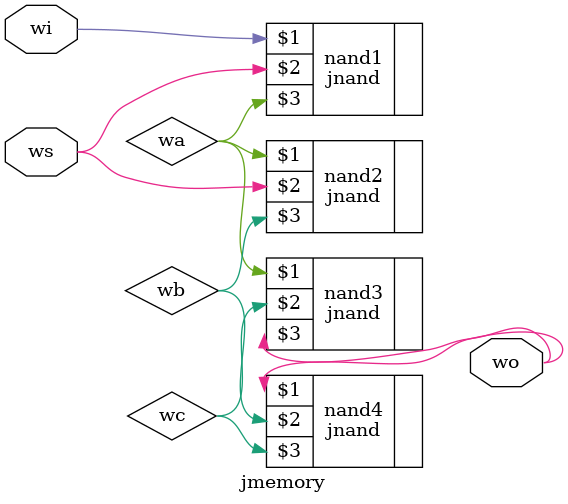
<source format=v>

module jmemory(input wi, input ws, output wo) ;
	wire wa, wb, wc ;
	
 	jnand nand1(wi, ws, wa) ;
	jnand nand2(wa, ws, wb) ;
	jnand nand3(wa, wc, wo) ;
	jnand nand4(wo, wb, wc) ;
endmodule


</source>
